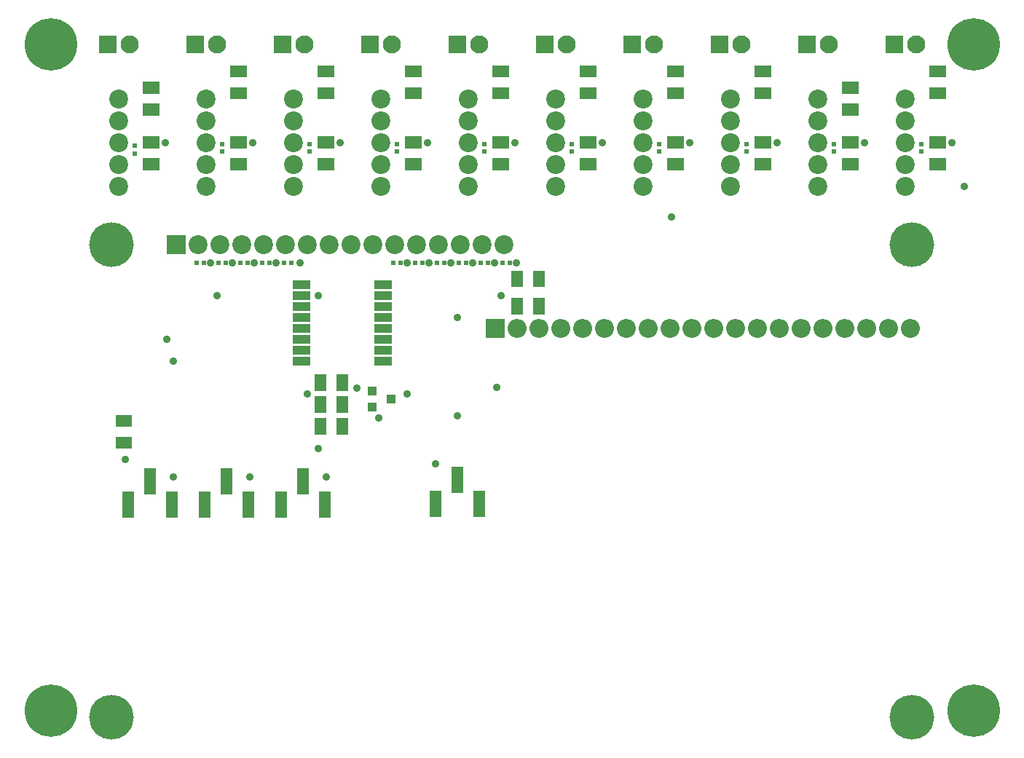
<source format=gbs>
G04 #@! TF.GenerationSoftware,KiCad,Pcbnew,(5.1.6)-1*
G04 #@! TF.CreationDate,2023-01-22T16:10:02+01:00*
G04 #@! TF.ProjectId,switches-with-lcd-display,73776974-6368-4657-932d-776974682d6c,rev?*
G04 #@! TF.SameCoordinates,Original*
G04 #@! TF.FileFunction,Soldermask,Bot*
G04 #@! TF.FilePolarity,Negative*
%FSLAX46Y46*%
G04 Gerber Fmt 4.6, Leading zero omitted, Abs format (unit mm)*
G04 Created by KiCad (PCBNEW (5.1.6)-1) date 2023-01-22 16:10:02*
%MOMM*%
%LPD*%
G01*
G04 APERTURE LIST*
%ADD10C,0.900000*%
%ADD11R,2.200000X2.200000*%
%ADD12C,2.200000*%
%ADD13C,5.200000*%
%ADD14R,2.100000X1.000000*%
%ADD15C,6.100000*%
%ADD16C,0.100000*%
%ADD17R,1.100000X1.100000*%
%ADD18R,1.350000X3.100000*%
%ADD19O,2.200000X2.200000*%
%ADD20R,0.600000X0.600000*%
%ADD21R,2.100000X2.100000*%
%ADD22C,2.100000*%
G04 APERTURE END LIST*
D10*
X135382000Y-96520000D03*
D11*
X43804000Y-103350000D03*
D12*
X46344000Y-103350000D03*
X48884000Y-103350000D03*
X51424000Y-103350000D03*
X53964000Y-103350000D03*
X56504000Y-103350000D03*
X59044000Y-103350000D03*
X61584000Y-103350000D03*
X64124000Y-103350000D03*
X66664000Y-103350000D03*
X69204000Y-103350000D03*
X71744000Y-103350000D03*
X74284000Y-103350000D03*
X76824000Y-103350000D03*
X79364000Y-103350000D03*
X81904000Y-103350000D03*
D13*
X36304000Y-103310000D03*
X129304000Y-103310000D03*
X36304000Y-158310000D03*
X129304000Y-158310000D03*
D14*
X58386500Y-113030000D03*
X67851500Y-111760000D03*
X67851500Y-114300000D03*
X67851500Y-109220000D03*
X58386500Y-107950000D03*
X58386500Y-116840000D03*
X58386500Y-115570000D03*
X58386500Y-110490000D03*
X58386500Y-114300000D03*
X58386500Y-109220000D03*
X67851500Y-107950000D03*
X67851500Y-110490000D03*
X67851500Y-113030000D03*
X67851500Y-115570000D03*
X67851500Y-116840000D03*
X58386500Y-111760000D03*
D15*
X29210000Y-157480000D03*
X136525000Y-157480000D03*
X136525000Y-80010000D03*
X29210000Y-80010000D03*
D10*
X101346000Y-100076000D03*
X48514000Y-109220000D03*
X42672000Y-114300000D03*
X43434000Y-116840000D03*
X37846000Y-128270000D03*
X43434000Y-130302000D03*
X52324000Y-130302000D03*
X61214000Y-130302000D03*
X81026000Y-119888000D03*
X73914000Y-128778000D03*
X76454000Y-123190000D03*
X60325000Y-127000000D03*
X64770000Y-120015000D03*
X59055000Y-120650000D03*
X60325000Y-109220000D03*
X67310000Y-123444000D03*
X70612000Y-120650000D03*
X81534000Y-109220000D03*
X76454000Y-111760000D03*
X83312000Y-105410000D03*
X80772000Y-105410000D03*
X78232000Y-105410000D03*
X75692000Y-105410000D03*
X73152000Y-105410000D03*
X70612000Y-105410000D03*
X58166000Y-105410000D03*
X55372000Y-105410000D03*
X52832000Y-105410000D03*
X50292000Y-105410000D03*
X47752000Y-105410000D03*
X133985000Y-91440000D03*
X123825000Y-91440000D03*
X113665000Y-91440000D03*
X103505000Y-91440000D03*
X93345000Y-91440000D03*
X83185000Y-91440000D03*
X73025000Y-91440000D03*
X62865000Y-91440000D03*
X52705000Y-91440000D03*
X42545000Y-91440000D03*
D12*
X128524000Y-96520000D03*
X128524000Y-86360000D03*
X128524000Y-91440000D03*
X128524000Y-88900000D03*
X128524000Y-93980000D03*
X108204000Y-96520000D03*
X108204000Y-86360000D03*
X108204000Y-91440000D03*
X108204000Y-88900000D03*
X108204000Y-93980000D03*
X98044000Y-96520000D03*
X98044000Y-86360000D03*
X98044000Y-91440000D03*
X98044000Y-88900000D03*
X98044000Y-93980000D03*
X118364000Y-96520000D03*
X118364000Y-86360000D03*
X118364000Y-91440000D03*
X118364000Y-88900000D03*
X118364000Y-93980000D03*
X57404000Y-96520000D03*
X57404000Y-86360000D03*
X57404000Y-91440000D03*
X57404000Y-88900000D03*
X57404000Y-93980000D03*
X77724000Y-96520000D03*
X77724000Y-86360000D03*
X77724000Y-91440000D03*
X77724000Y-88900000D03*
X77724000Y-93980000D03*
X87884000Y-96520000D03*
X87884000Y-86360000D03*
X87884000Y-91440000D03*
X87884000Y-88900000D03*
X87884000Y-93980000D03*
X67564000Y-96520000D03*
X67564000Y-86360000D03*
X67564000Y-91440000D03*
X67564000Y-88900000D03*
X67564000Y-93980000D03*
X37084000Y-96520000D03*
X37084000Y-86360000D03*
X37084000Y-91440000D03*
X37084000Y-88900000D03*
X37084000Y-93980000D03*
X47244000Y-96520000D03*
X47244000Y-86360000D03*
X47244000Y-91440000D03*
X47244000Y-88900000D03*
X47244000Y-93980000D03*
D16*
G36*
X62419000Y-125410000D02*
G01*
X62419000Y-123510000D01*
X63819000Y-123510000D01*
X63819000Y-125410000D01*
X62419000Y-125410000D01*
G37*
G36*
X59879000Y-125410000D02*
G01*
X59879000Y-123510000D01*
X61279000Y-123510000D01*
X61279000Y-125410000D01*
X59879000Y-125410000D01*
G37*
G36*
X36769000Y-125665000D02*
G01*
X38669000Y-125665000D01*
X38669000Y-127065000D01*
X36769000Y-127065000D01*
X36769000Y-125665000D01*
G37*
G36*
X36769000Y-123125000D02*
G01*
X38669000Y-123125000D01*
X38669000Y-124525000D01*
X36769000Y-124525000D01*
X36769000Y-123125000D01*
G37*
G36*
X133284000Y-83885000D02*
G01*
X131384000Y-83885000D01*
X131384000Y-82485000D01*
X133284000Y-82485000D01*
X133284000Y-83885000D01*
G37*
G36*
X133284000Y-86425000D02*
G01*
X131384000Y-86425000D01*
X131384000Y-85025000D01*
X133284000Y-85025000D01*
X133284000Y-86425000D01*
G37*
G36*
X112964000Y-83885000D02*
G01*
X111064000Y-83885000D01*
X111064000Y-82485000D01*
X112964000Y-82485000D01*
X112964000Y-83885000D01*
G37*
G36*
X112964000Y-86425000D02*
G01*
X111064000Y-86425000D01*
X111064000Y-85025000D01*
X112964000Y-85025000D01*
X112964000Y-86425000D01*
G37*
G36*
X102804000Y-83885000D02*
G01*
X100904000Y-83885000D01*
X100904000Y-82485000D01*
X102804000Y-82485000D01*
X102804000Y-83885000D01*
G37*
G36*
X102804000Y-86425000D02*
G01*
X100904000Y-86425000D01*
X100904000Y-85025000D01*
X102804000Y-85025000D01*
X102804000Y-86425000D01*
G37*
G36*
X123124000Y-85790000D02*
G01*
X121224000Y-85790000D01*
X121224000Y-84390000D01*
X123124000Y-84390000D01*
X123124000Y-85790000D01*
G37*
G36*
X123124000Y-88330000D02*
G01*
X121224000Y-88330000D01*
X121224000Y-86930000D01*
X123124000Y-86930000D01*
X123124000Y-88330000D01*
G37*
G36*
X62164000Y-83885000D02*
G01*
X60264000Y-83885000D01*
X60264000Y-82485000D01*
X62164000Y-82485000D01*
X62164000Y-83885000D01*
G37*
G36*
X62164000Y-86425000D02*
G01*
X60264000Y-86425000D01*
X60264000Y-85025000D01*
X62164000Y-85025000D01*
X62164000Y-86425000D01*
G37*
G36*
X82484000Y-83885000D02*
G01*
X80584000Y-83885000D01*
X80584000Y-82485000D01*
X82484000Y-82485000D01*
X82484000Y-83885000D01*
G37*
G36*
X82484000Y-86425000D02*
G01*
X80584000Y-86425000D01*
X80584000Y-85025000D01*
X82484000Y-85025000D01*
X82484000Y-86425000D01*
G37*
G36*
X92644000Y-83885000D02*
G01*
X90744000Y-83885000D01*
X90744000Y-82485000D01*
X92644000Y-82485000D01*
X92644000Y-83885000D01*
G37*
G36*
X92644000Y-86425000D02*
G01*
X90744000Y-86425000D01*
X90744000Y-85025000D01*
X92644000Y-85025000D01*
X92644000Y-86425000D01*
G37*
G36*
X72324000Y-83885000D02*
G01*
X70424000Y-83885000D01*
X70424000Y-82485000D01*
X72324000Y-82485000D01*
X72324000Y-83885000D01*
G37*
G36*
X72324000Y-86425000D02*
G01*
X70424000Y-86425000D01*
X70424000Y-85025000D01*
X72324000Y-85025000D01*
X72324000Y-86425000D01*
G37*
G36*
X41844000Y-85790000D02*
G01*
X39944000Y-85790000D01*
X39944000Y-84390000D01*
X41844000Y-84390000D01*
X41844000Y-85790000D01*
G37*
G36*
X41844000Y-88330000D02*
G01*
X39944000Y-88330000D01*
X39944000Y-86930000D01*
X41844000Y-86930000D01*
X41844000Y-88330000D01*
G37*
G36*
X52004000Y-83885000D02*
G01*
X50104000Y-83885000D01*
X50104000Y-82485000D01*
X52004000Y-82485000D01*
X52004000Y-83885000D01*
G37*
G36*
X52004000Y-86425000D02*
G01*
X50104000Y-86425000D01*
X50104000Y-85025000D01*
X52004000Y-85025000D01*
X52004000Y-86425000D01*
G37*
D17*
X68764000Y-121285000D03*
X66564000Y-120335000D03*
X66564000Y-122235000D03*
D18*
X78994000Y-133455000D03*
X73914000Y-133455000D03*
X76454000Y-130705000D03*
X43307000Y-133582000D03*
X38227000Y-133582000D03*
X40767000Y-130832000D03*
X52197000Y-133582000D03*
X47117000Y-133582000D03*
X49657000Y-130832000D03*
X61087000Y-133582000D03*
X56007000Y-133582000D03*
X58547000Y-130832000D03*
D19*
X129159000Y-113030000D03*
X101219000Y-113030000D03*
X111379000Y-113030000D03*
X106299000Y-113030000D03*
X121539000Y-113030000D03*
X108839000Y-113030000D03*
X118999000Y-113030000D03*
D11*
X80899000Y-113030000D03*
D19*
X91059000Y-113030000D03*
X93599000Y-113030000D03*
X126619000Y-113030000D03*
X113919000Y-113030000D03*
X88519000Y-113030000D03*
X83439000Y-113030000D03*
X85979000Y-113030000D03*
X103759000Y-113030000D03*
X98679000Y-113030000D03*
X124079000Y-113030000D03*
X116459000Y-113030000D03*
X96139000Y-113030000D03*
D20*
X81737200Y-105410000D03*
X82600800Y-105410000D03*
X46177200Y-105410000D03*
X47040800Y-105410000D03*
X79197200Y-105410000D03*
X80060800Y-105410000D03*
X76657200Y-105410000D03*
X77520800Y-105410000D03*
X56337200Y-105410000D03*
X57200800Y-105410000D03*
X74117200Y-105410000D03*
X74980800Y-105410000D03*
X53797200Y-105410000D03*
X54660800Y-105410000D03*
X71577200Y-105410000D03*
X72440800Y-105410000D03*
X51257200Y-105410000D03*
X52120800Y-105410000D03*
X69037200Y-105410000D03*
X69900800Y-105410000D03*
X48717200Y-105410000D03*
X49580800Y-105410000D03*
D21*
X127254000Y-80010000D03*
D22*
X129794000Y-80010000D03*
D21*
X106934000Y-80010000D03*
D22*
X109474000Y-80010000D03*
D21*
X96774000Y-80010000D03*
D22*
X99314000Y-80010000D03*
D21*
X117094000Y-80010000D03*
D22*
X119634000Y-80010000D03*
D20*
X130429000Y-91643200D03*
X130429000Y-92506800D03*
X110109000Y-91643200D03*
X110109000Y-92506800D03*
X99949000Y-91643200D03*
X99949000Y-92506800D03*
X120269000Y-91643200D03*
X120269000Y-92506800D03*
D21*
X56134000Y-80010000D03*
D22*
X58674000Y-80010000D03*
D21*
X76454000Y-80010000D03*
D22*
X78994000Y-80010000D03*
D21*
X86614000Y-80010000D03*
D22*
X89154000Y-80010000D03*
D21*
X66294000Y-80010000D03*
D22*
X68834000Y-80010000D03*
D20*
X59309000Y-91643200D03*
X59309000Y-92506800D03*
X79629000Y-91643200D03*
X79629000Y-92506800D03*
X89789000Y-91643200D03*
X89789000Y-92506800D03*
X69469000Y-91643200D03*
X69469000Y-92506800D03*
D21*
X35814000Y-80010000D03*
D22*
X38354000Y-80010000D03*
D21*
X45974000Y-80010000D03*
D22*
X48514000Y-80010000D03*
D20*
X38989000Y-91846400D03*
X38989000Y-92710000D03*
X49149000Y-91643200D03*
X49149000Y-92506800D03*
D16*
G36*
X84139000Y-109540000D02*
G01*
X84139000Y-111440000D01*
X82739000Y-111440000D01*
X82739000Y-109540000D01*
X84139000Y-109540000D01*
G37*
G36*
X86679000Y-109540000D02*
G01*
X86679000Y-111440000D01*
X85279000Y-111440000D01*
X85279000Y-109540000D01*
X86679000Y-109540000D01*
G37*
G36*
X84139000Y-106365000D02*
G01*
X84139000Y-108265000D01*
X82739000Y-108265000D01*
X82739000Y-106365000D01*
X84139000Y-106365000D01*
G37*
G36*
X86679000Y-106365000D02*
G01*
X86679000Y-108265000D01*
X85279000Y-108265000D01*
X85279000Y-106365000D01*
X86679000Y-106365000D01*
G37*
G36*
X62419000Y-122870000D02*
G01*
X62419000Y-120970000D01*
X63819000Y-120970000D01*
X63819000Y-122870000D01*
X62419000Y-122870000D01*
G37*
G36*
X59879000Y-122870000D02*
G01*
X59879000Y-120970000D01*
X61279000Y-120970000D01*
X61279000Y-122870000D01*
X59879000Y-122870000D01*
G37*
G36*
X62419000Y-120330000D02*
G01*
X62419000Y-118430000D01*
X63819000Y-118430000D01*
X63819000Y-120330000D01*
X62419000Y-120330000D01*
G37*
G36*
X59879000Y-120330000D02*
G01*
X59879000Y-118430000D01*
X61279000Y-118430000D01*
X61279000Y-120330000D01*
X59879000Y-120330000D01*
G37*
G36*
X131384000Y-93280000D02*
G01*
X133284000Y-93280000D01*
X133284000Y-94680000D01*
X131384000Y-94680000D01*
X131384000Y-93280000D01*
G37*
G36*
X131384000Y-90740000D02*
G01*
X133284000Y-90740000D01*
X133284000Y-92140000D01*
X131384000Y-92140000D01*
X131384000Y-90740000D01*
G37*
G36*
X111064000Y-93280000D02*
G01*
X112964000Y-93280000D01*
X112964000Y-94680000D01*
X111064000Y-94680000D01*
X111064000Y-93280000D01*
G37*
G36*
X111064000Y-90740000D02*
G01*
X112964000Y-90740000D01*
X112964000Y-92140000D01*
X111064000Y-92140000D01*
X111064000Y-90740000D01*
G37*
G36*
X100904000Y-93280000D02*
G01*
X102804000Y-93280000D01*
X102804000Y-94680000D01*
X100904000Y-94680000D01*
X100904000Y-93280000D01*
G37*
G36*
X100904000Y-90740000D02*
G01*
X102804000Y-90740000D01*
X102804000Y-92140000D01*
X100904000Y-92140000D01*
X100904000Y-90740000D01*
G37*
G36*
X121224000Y-93280000D02*
G01*
X123124000Y-93280000D01*
X123124000Y-94680000D01*
X121224000Y-94680000D01*
X121224000Y-93280000D01*
G37*
G36*
X121224000Y-90740000D02*
G01*
X123124000Y-90740000D01*
X123124000Y-92140000D01*
X121224000Y-92140000D01*
X121224000Y-90740000D01*
G37*
G36*
X60264000Y-93280000D02*
G01*
X62164000Y-93280000D01*
X62164000Y-94680000D01*
X60264000Y-94680000D01*
X60264000Y-93280000D01*
G37*
G36*
X60264000Y-90740000D02*
G01*
X62164000Y-90740000D01*
X62164000Y-92140000D01*
X60264000Y-92140000D01*
X60264000Y-90740000D01*
G37*
G36*
X80584000Y-93280000D02*
G01*
X82484000Y-93280000D01*
X82484000Y-94680000D01*
X80584000Y-94680000D01*
X80584000Y-93280000D01*
G37*
G36*
X80584000Y-90740000D02*
G01*
X82484000Y-90740000D01*
X82484000Y-92140000D01*
X80584000Y-92140000D01*
X80584000Y-90740000D01*
G37*
G36*
X90744000Y-93280000D02*
G01*
X92644000Y-93280000D01*
X92644000Y-94680000D01*
X90744000Y-94680000D01*
X90744000Y-93280000D01*
G37*
G36*
X90744000Y-90740000D02*
G01*
X92644000Y-90740000D01*
X92644000Y-92140000D01*
X90744000Y-92140000D01*
X90744000Y-90740000D01*
G37*
G36*
X70424000Y-93280000D02*
G01*
X72324000Y-93280000D01*
X72324000Y-94680000D01*
X70424000Y-94680000D01*
X70424000Y-93280000D01*
G37*
G36*
X70424000Y-90740000D02*
G01*
X72324000Y-90740000D01*
X72324000Y-92140000D01*
X70424000Y-92140000D01*
X70424000Y-90740000D01*
G37*
G36*
X39944000Y-93280000D02*
G01*
X41844000Y-93280000D01*
X41844000Y-94680000D01*
X39944000Y-94680000D01*
X39944000Y-93280000D01*
G37*
G36*
X39944000Y-90740000D02*
G01*
X41844000Y-90740000D01*
X41844000Y-92140000D01*
X39944000Y-92140000D01*
X39944000Y-90740000D01*
G37*
G36*
X50104000Y-93280000D02*
G01*
X52004000Y-93280000D01*
X52004000Y-94680000D01*
X50104000Y-94680000D01*
X50104000Y-93280000D01*
G37*
G36*
X50104000Y-90740000D02*
G01*
X52004000Y-90740000D01*
X52004000Y-92140000D01*
X50104000Y-92140000D01*
X50104000Y-90740000D01*
G37*
M02*

</source>
